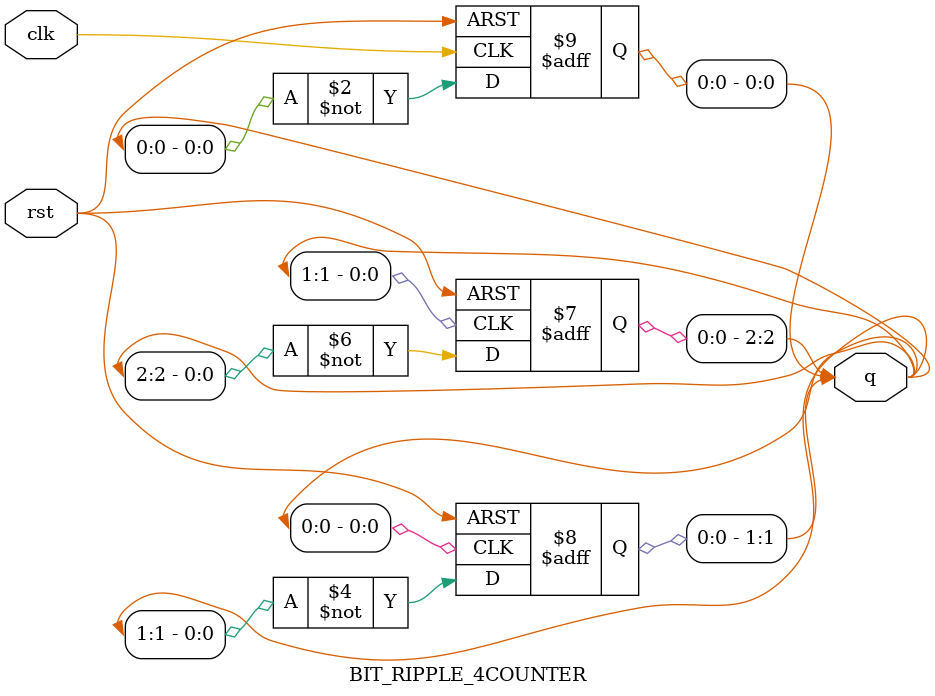
<source format=v>
module BIT_RIPPLE_4COUNTER(
    input  wire clk,      // external clock
    input  wire rst,      // asynchronous reset
    output reg  [2:0] q   // counter output
);

always @(posedge clk or posedge rst)
begin
    if (rst)
        q[0] <= 1'b0;
    else
        q[0] <= ~q[0];     // LSB toggles on every clock
end

always @(posedge q[0] or posedge rst)
begin
    if (rst)
        q[1] <= 1'b0;
    else
        q[1] <= ~q[1];     // toggles on q[0]
end

always @(posedge q[1] or posedge rst)
begin
    if (rst)
        q[2] <= 1'b0;
    else
        q[2] <= ~q[2];     // toggles on q[1]
end

endmodule
</source>
